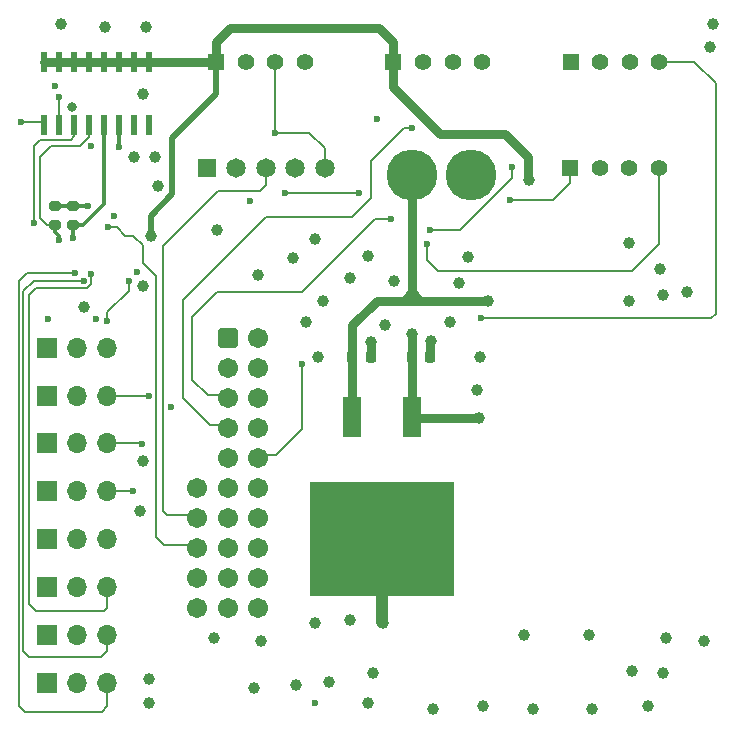
<source format=gbl>
%TF.GenerationSoftware,KiCad,Pcbnew,7.0.7*%
%TF.CreationDate,2023-11-07T21:10:22-05:00*%
%TF.ProjectId,attachmentBoard,61747461-6368-46d6-956e-74426f617264,rev?*%
%TF.SameCoordinates,Original*%
%TF.FileFunction,Copper,L4,Bot*%
%TF.FilePolarity,Positive*%
%FSLAX46Y46*%
G04 Gerber Fmt 4.6, Leading zero omitted, Abs format (unit mm)*
G04 Created by KiCad (PCBNEW 7.0.7) date 2023-11-07 21:10:22*
%MOMM*%
%LPD*%
G01*
G04 APERTURE LIST*
G04 Aperture macros list*
%AMRoundRect*
0 Rectangle with rounded corners*
0 $1 Rounding radius*
0 $2 $3 $4 $5 $6 $7 $8 $9 X,Y pos of 4 corners*
0 Add a 4 corners polygon primitive as box body*
4,1,4,$2,$3,$4,$5,$6,$7,$8,$9,$2,$3,0*
0 Add four circle primitives for the rounded corners*
1,1,$1+$1,$2,$3*
1,1,$1+$1,$4,$5*
1,1,$1+$1,$6,$7*
1,1,$1+$1,$8,$9*
0 Add four rect primitives between the rounded corners*
20,1,$1+$1,$2,$3,$4,$5,0*
20,1,$1+$1,$4,$5,$6,$7,0*
20,1,$1+$1,$6,$7,$8,$9,0*
20,1,$1+$1,$8,$9,$2,$3,0*%
G04 Aperture macros list end*
%TA.AperFunction,ComponentPad*%
%ADD10RoundRect,0.326336X0.528664X-0.528664X0.528664X0.528664X-0.528664X0.528664X-0.528664X-0.528664X0*%
%TD*%
%TA.AperFunction,ComponentPad*%
%ADD11C,1.710000*%
%TD*%
%TA.AperFunction,ComponentPad*%
%ADD12R,1.700000X1.700000*%
%TD*%
%TA.AperFunction,ComponentPad*%
%ADD13O,1.700000X1.700000*%
%TD*%
%TA.AperFunction,SMDPad,CuDef*%
%ADD14RoundRect,0.200000X0.275000X-0.200000X0.275000X0.200000X-0.275000X0.200000X-0.275000X-0.200000X0*%
%TD*%
%TA.AperFunction,ComponentPad*%
%ADD15R,1.400000X1.400000*%
%TD*%
%TA.AperFunction,ComponentPad*%
%ADD16C,1.400000*%
%TD*%
%TA.AperFunction,ComponentPad*%
%ADD17C,4.300000*%
%TD*%
%TA.AperFunction,SMDPad,CuDef*%
%ADD18R,1.600000X3.500000*%
%TD*%
%TA.AperFunction,SMDPad,CuDef*%
%ADD19R,12.200000X9.750000*%
%TD*%
%TA.AperFunction,SMDPad,CuDef*%
%ADD20RoundRect,0.225000X-0.225000X-0.250000X0.225000X-0.250000X0.225000X0.250000X-0.225000X0.250000X0*%
%TD*%
%TA.AperFunction,SMDPad,CuDef*%
%ADD21R,0.558800X1.701800*%
%TD*%
%TA.AperFunction,ComponentPad*%
%ADD22R,1.650000X1.650000*%
%TD*%
%TA.AperFunction,ComponentPad*%
%ADD23C,1.650000*%
%TD*%
%TA.AperFunction,ViaPad*%
%ADD24C,1.000000*%
%TD*%
%TA.AperFunction,ViaPad*%
%ADD25C,0.600000*%
%TD*%
%TA.AperFunction,ViaPad*%
%ADD26C,0.800000*%
%TD*%
%TA.AperFunction,Conductor*%
%ADD27C,0.800000*%
%TD*%
%TA.AperFunction,Conductor*%
%ADD28C,0.500000*%
%TD*%
%TA.AperFunction,Conductor*%
%ADD29C,0.150000*%
%TD*%
%TA.AperFunction,Conductor*%
%ADD30C,0.300000*%
%TD*%
%TA.AperFunction,Conductor*%
%ADD31C,1.000000*%
%TD*%
%TA.AperFunction,Conductor*%
%ADD32C,0.200000*%
%TD*%
G04 APERTURE END LIST*
D10*
%TO.P,U2,1,LB+*%
%TO.N,unconnected-(U2-LB+-Pad1)*%
X152910000Y-62850000D03*
D11*
%TO.P,U2,2,LB-*%
%TO.N,unconnected-(U2-LB--Pad2)*%
X155450000Y-62850000D03*
%TO.P,U2,3,EN1+*%
%TO.N,/EN1+*%
X152910000Y-65390000D03*
%TO.P,U2,4,EN1-*%
%TO.N,/EN1-*%
X155450000Y-65390000D03*
%TO.P,U2,5,EN2+*%
%TO.N,/EN2+*%
X152910000Y-67930000D03*
%TO.P,U2,6,EN2-*%
%TO.N,/EN2-*%
X155450000Y-67930000D03*
%TO.P,U2,7,EN1A*%
%TO.N,/EN1A*%
X152910000Y-70470000D03*
%TO.P,U2,8,EN1B*%
%TO.N,/EN1B*%
X155450000Y-70470000D03*
%TO.P,U2,9,EN2A*%
%TO.N,/EN2A*%
X152910000Y-73010000D03*
%TO.P,U2,10,EN2B*%
%TO.N,/EN2B*%
X155450000Y-73010000D03*
%TO.P,U2,11,S1+*%
%TO.N,unconnected-(U2-S1+-Pad11)*%
X152910000Y-75550000D03*
%TO.P,U2,12,S1-*%
%TO.N,unconnected-(U2-S1--Pad12)*%
X155450000Y-75550000D03*
%TO.P,U2,13,S2+*%
%TO.N,unconnected-(U2-S2+-Pad13)*%
X152910000Y-78090000D03*
%TO.P,U2,14,S2-*%
%TO.N,unconnected-(U2-S2--Pad14)*%
X155450000Y-78090000D03*
%TO.P,U2,15,S3+*%
%TO.N,unconnected-(U2-S3+-Pad15)*%
X152910000Y-80630000D03*
%TO.P,U2,16,S3-*%
%TO.N,unconnected-(U2-S3--Pad16)*%
X155450000Y-80630000D03*
%TO.P,U2,17,S4+*%
%TO.N,unconnected-(U2-S4+-Pad17)*%
X152910000Y-83170000D03*
%TO.P,U2,18,S4-*%
%TO.N,unconnected-(U2-S4--Pad18)*%
X155450000Y-83170000D03*
%TO.P,U2,19,S5+*%
%TO.N,unconnected-(U2-S5+-Pad19)*%
X152910000Y-85710000D03*
%TO.P,U2,20,S5-*%
%TO.N,unconnected-(U2-S5--Pad20)*%
X155450000Y-85710000D03*
%TO.P,U2,21,S1_IO*%
%TO.N,/RxD*%
X150270000Y-75550000D03*
%TO.P,U2,22,S2_IO*%
%TO.N,/TxD*%
X150270000Y-78090000D03*
%TO.P,U2,23,S3_IO*%
%TO.N,/E_STOP*%
X150270000Y-80630000D03*
%TO.P,U2,24,S4_IO*%
%TO.N,/S4*%
X150270000Y-83170000D03*
%TO.P,U2,25,S5_IO*%
%TO.N,/S5*%
X150270000Y-85710000D03*
%TD*%
D12*
%TO.P,J13,1,Pin_1*%
%TO.N,GND*%
X137625000Y-83945000D03*
D13*
%TO.P,J13,2,Pin_2*%
%TO.N,+5V*%
X140165000Y-83945000D03*
%TO.P,J13,3,Pin_3*%
%TO.N,/SERVO2*%
X142705000Y-83945000D03*
%TD*%
D14*
%TO.P,R5,1*%
%TO.N,/A4*%
X139825000Y-53330000D03*
%TO.P,R5,2*%
%TO.N,GND*%
X139825000Y-51680000D03*
%TD*%
D15*
%TO.P,J1,1,1*%
%TO.N,+5V*%
X151930000Y-39470000D03*
D16*
%TO.P,J1,2,2*%
%TO.N,GND*%
X154430000Y-39470000D03*
%TO.P,J1,3,3*%
%TO.N,/SCL*%
X156930000Y-39470000D03*
%TO.P,J1,4,4*%
%TO.N,/SDA*%
X159430000Y-39470000D03*
%TD*%
D12*
%TO.P,J17,1,Pin_1*%
%TO.N,GND*%
X137625000Y-67745000D03*
D13*
%TO.P,J17,2,Pin_2*%
%TO.N,+5V*%
X140165000Y-67745000D03*
%TO.P,J17,3,Pin_3*%
%TO.N,/SERVO6*%
X142705000Y-67745000D03*
%TD*%
D12*
%TO.P,J14,1,Pin_1*%
%TO.N,GND*%
X137625000Y-79895000D03*
D13*
%TO.P,J14,2,Pin_2*%
%TO.N,+5V*%
X140165000Y-79895000D03*
%TO.P,J14,3,Pin_3*%
%TO.N,/SERVO3*%
X142705000Y-79895000D03*
%TD*%
D17*
%TO.P,J5,1,1*%
%TO.N,+12V*%
X168490000Y-49080000D03*
%TO.P,J5,2,2*%
%TO.N,GND*%
X173490000Y-49080000D03*
%TD*%
D15*
%TO.P,J4,1,1*%
%TO.N,/EN2+*%
X181880000Y-48480000D03*
D16*
%TO.P,J4,2,2*%
%TO.N,/EN2-*%
X184380000Y-48480000D03*
%TO.P,J4,3,3*%
%TO.N,/EN2A*%
X186880000Y-48480000D03*
%TO.P,J4,4,4*%
%TO.N,/EN2B*%
X189380000Y-48480000D03*
%TD*%
D18*
%TO.P,IC1,1,INPUT*%
%TO.N,+12V*%
X163410000Y-69580000D03*
D19*
%TO.P,IC1,2,GND*%
%TO.N,GND*%
X165950000Y-79856000D03*
D18*
%TO.P,IC1,3,OUTPUT*%
%TO.N,+5V*%
X168490000Y-69580000D03*
%TD*%
D12*
%TO.P,J16,1,Pin_1*%
%TO.N,GND*%
X137625000Y-71795000D03*
D13*
%TO.P,J16,2,Pin_2*%
%TO.N,+5V*%
X140165000Y-71795000D03*
%TO.P,J16,3,Pin_3*%
%TO.N,/SERVO5*%
X142705000Y-71795000D03*
%TD*%
D20*
%TO.P,C2,1*%
%TO.N,+12V*%
X163440000Y-64505000D03*
%TO.P,C2,2*%
%TO.N,GND*%
X164990000Y-64505000D03*
%TD*%
D14*
%TO.P,R4,1*%
%TO.N,/A3*%
X138235000Y-53330000D03*
%TO.P,R4,2*%
%TO.N,GND*%
X138235000Y-51680000D03*
%TD*%
D12*
%TO.P,J11,1,Pin_1*%
%TO.N,GND*%
X137625000Y-92045000D03*
D13*
%TO.P,J11,2,Pin_2*%
%TO.N,+5V*%
X140165000Y-92045000D03*
%TO.P,J11,3,Pin_3*%
%TO.N,/SERVO0*%
X142705000Y-92045000D03*
%TD*%
D12*
%TO.P,J15,1,Pin_1*%
%TO.N,GND*%
X137625000Y-75845000D03*
D13*
%TO.P,J15,2,Pin_2*%
%TO.N,+5V*%
X140165000Y-75845000D03*
%TO.P,J15,3,Pin_3*%
%TO.N,/SERVO4*%
X142705000Y-75845000D03*
%TD*%
D12*
%TO.P,J12,1,Pin_1*%
%TO.N,GND*%
X137625000Y-87995000D03*
D13*
%TO.P,J12,2,Pin_2*%
%TO.N,+5V*%
X140165000Y-87995000D03*
%TO.P,J12,3,Pin_3*%
%TO.N,/SERVO1*%
X142705000Y-87995000D03*
%TD*%
D21*
%TO.P,SW1,1,1*%
%TO.N,+5V*%
X137376100Y-39495100D03*
%TO.P,SW1,2,2*%
X138646100Y-39495100D03*
%TO.P,SW1,3,3*%
X139916100Y-39495100D03*
%TO.P,SW1,4,4*%
X141186100Y-39495100D03*
%TO.P,SW1,5,5*%
X142456100Y-39495100D03*
%TO.P,SW1,6,6*%
X143726100Y-39495100D03*
%TO.P,SW1,7,7*%
X144996100Y-39495100D03*
%TO.P,SW1,8,8*%
X146266100Y-39495100D03*
%TO.P,SW1,9,9*%
%TO.N,unconnected-(SW1-Pad9)*%
X146266100Y-44803700D03*
%TO.P,SW1,10,10*%
%TO.N,unconnected-(SW1-Pad10)*%
X144996100Y-44803700D03*
%TO.P,SW1,11,11*%
%TO.N,/A5*%
X143726100Y-44803700D03*
%TO.P,SW1,12,12*%
%TO.N,/A4*%
X142456100Y-44803700D03*
%TO.P,SW1,13,13*%
%TO.N,/A3*%
X141186100Y-44803700D03*
%TO.P,SW1,14,14*%
%TO.N,/A2*%
X139916100Y-44803700D03*
%TO.P,SW1,15,15*%
%TO.N,/A1*%
X138646100Y-44803700D03*
%TO.P,SW1,16,16*%
%TO.N,/A0*%
X137376100Y-44803700D03*
%TD*%
D15*
%TO.P,J3,1,1*%
%TO.N,/EN1+*%
X181930000Y-39470000D03*
D16*
%TO.P,J3,2,2*%
%TO.N,/EN1-*%
X184430000Y-39470000D03*
%TO.P,J3,3,3*%
%TO.N,/EN1A*%
X186930000Y-39470000D03*
%TO.P,J3,4,4*%
%TO.N,/EN1B*%
X189430000Y-39470000D03*
%TD*%
D12*
%TO.P,J18,1,Pin_1*%
%TO.N,GND*%
X137625000Y-63695000D03*
D13*
%TO.P,J18,2,Pin_2*%
%TO.N,+5V*%
X140165000Y-63695000D03*
%TO.P,J18,3,Pin_3*%
%TO.N,/SERVO7*%
X142705000Y-63695000D03*
%TD*%
D22*
%TO.P,J6,1,1*%
%TO.N,/E_STOP*%
X151115000Y-48480000D03*
D23*
%TO.P,J6,2,2*%
%TO.N,/RxD*%
X153615000Y-48480000D03*
%TO.P,J6,3,3*%
%TO.N,/TxD*%
X156115000Y-48480000D03*
%TO.P,J6,4,4*%
%TO.N,/SDA*%
X158615000Y-48480000D03*
%TO.P,J6,5,5*%
%TO.N,/SCL*%
X161115000Y-48480000D03*
%TD*%
D20*
%TO.P,C3,1*%
%TO.N,+5V*%
X168510000Y-64485000D03*
%TO.P,C3,2*%
%TO.N,GND*%
X170060000Y-64485000D03*
%TD*%
D15*
%TO.P,J2,1,1*%
%TO.N,+5V*%
X166930000Y-39470000D03*
D16*
%TO.P,J2,2,2*%
%TO.N,GND*%
X169430000Y-39470000D03*
%TO.P,J2,3,3*%
%TO.N,/SCL*%
X171930000Y-39470000D03*
%TO.P,J2,4,4*%
%TO.N,/SDA*%
X174430000Y-39470000D03*
%TD*%
D24*
%TO.N,+5V*%
X146400000Y-54200000D03*
X178400000Y-49500000D03*
X174200000Y-69600000D03*
X168500000Y-62500000D03*
%TO.N,GND*%
X147000000Y-50000000D03*
D25*
X148100000Y-68700000D03*
D26*
X139700000Y-43300000D03*
D24*
X172500000Y-58250000D03*
D25*
X165500000Y-44300000D03*
D24*
X145750000Y-73250000D03*
D25*
X143250000Y-52500000D03*
D24*
X191750000Y-59000000D03*
X164750000Y-93750000D03*
X165200000Y-91200000D03*
X193250000Y-88500000D03*
X140700000Y-60200000D03*
X174000000Y-67250000D03*
X174500000Y-94000000D03*
X145500000Y-77500000D03*
X165000000Y-63200000D03*
X178750000Y-94250000D03*
X146750000Y-47500000D03*
X152000000Y-53750000D03*
X145750000Y-58500000D03*
X170100000Y-63100000D03*
X194000000Y-36250000D03*
X193750000Y-38250000D03*
X155143438Y-92535263D03*
X189500000Y-57000000D03*
D25*
X141750000Y-61250000D03*
D24*
X161500000Y-92000000D03*
X158706557Y-92277066D03*
X159500000Y-61500000D03*
D25*
X141325000Y-46575000D03*
D24*
X160250000Y-87000000D03*
X145750000Y-42250000D03*
X163250000Y-86750000D03*
D25*
X137675000Y-61275000D03*
D24*
X160500000Y-64500000D03*
D25*
X138250000Y-41500000D03*
D24*
X146250000Y-91750000D03*
X155500000Y-57500000D03*
X146000000Y-36500000D03*
D25*
X145200000Y-57300000D03*
D24*
X166000000Y-87000000D03*
X178000000Y-88000000D03*
X171750000Y-61500000D03*
X161000000Y-59750000D03*
D25*
X160250000Y-93750000D03*
D24*
X155750000Y-88500000D03*
X173250000Y-56000000D03*
X142500000Y-36500000D03*
X146250000Y-93750000D03*
X158389611Y-56091803D03*
X189750000Y-59250000D03*
X151750000Y-88250000D03*
X186900000Y-54800000D03*
X174250000Y-64500000D03*
D25*
X154750000Y-51250000D03*
X141100000Y-51700000D03*
D24*
X167000000Y-58000000D03*
X186900000Y-59700000D03*
X187100000Y-91100000D03*
X170250000Y-94250000D03*
X183500000Y-88000000D03*
X145000000Y-47500000D03*
X190000000Y-88250000D03*
X188500000Y-94000000D03*
X160250000Y-54500000D03*
X189750000Y-91250000D03*
X138750000Y-36250000D03*
X164800547Y-55908196D03*
X183750000Y-94250000D03*
X166250000Y-61750000D03*
X163250000Y-57750000D03*
%TO.N,+12V*%
X174900000Y-59700000D03*
D25*
%TO.N,/SCL*%
X156900000Y-45500000D03*
%TO.N,/EN1A*%
X168500000Y-45100000D03*
%TO.N,/EN1B*%
X174300000Y-61200000D03*
%TO.N,/EN2+*%
X166750000Y-52800000D03*
X176825000Y-51175000D03*
%TO.N,/EN2-*%
X170000000Y-53700000D03*
X177000000Y-48400000D03*
%TO.N,/EN2A*%
X163975000Y-50625000D03*
X157725000Y-50625000D03*
%TO.N,/EN2B*%
X159200000Y-65100000D03*
X169800000Y-54900000D03*
%TO.N,/SERVO0*%
X140000000Y-57400000D03*
%TO.N,/SERVO1*%
X140700000Y-58000000D03*
%TO.N,/SERVO2*%
X141314195Y-57488171D03*
%TO.N,/SERVO4*%
X144900000Y-75800000D03*
%TO.N,/SERVO5*%
X145599500Y-71800000D03*
%TO.N,/SERVO6*%
X146244500Y-67745000D03*
%TO.N,/SERVO7*%
X144500000Y-58000000D03*
X142700000Y-61400000D03*
%TO.N,/A0*%
X135400000Y-44600000D03*
%TO.N,/A1*%
X138650000Y-42450000D03*
%TO.N,/A2*%
X136500000Y-53100000D03*
%TO.N,/A3*%
X138650457Y-54580945D03*
%TO.N,/A4*%
X139800000Y-54400000D03*
%TO.N,/A5*%
X143700000Y-46700000D03*
%TO.N,/E_STOP*%
X142800000Y-53500000D03*
%TD*%
D27*
%TO.N,+5V*%
X151904900Y-39495100D02*
X151930000Y-39470000D01*
X146266100Y-39495100D02*
X151904900Y-39495100D01*
X168500000Y-62500000D02*
X168500000Y-64475000D01*
X166930000Y-41630000D02*
X166930000Y-39470000D01*
X153100000Y-36600000D02*
X165700000Y-36600000D01*
X178300000Y-49400000D02*
X178300000Y-47500000D01*
X165700000Y-36600000D02*
X166930000Y-37830000D01*
D28*
X146400000Y-54200000D02*
X146400000Y-52500000D01*
D27*
X178300000Y-47500000D02*
X176400000Y-45600000D01*
X137376100Y-39495100D02*
X146266100Y-39495100D01*
X168510000Y-69600000D02*
X168490000Y-69580000D01*
D28*
X148200000Y-50700000D02*
X148200000Y-45900000D01*
X146400000Y-52500000D02*
X148200000Y-50700000D01*
D29*
X168490000Y-69290000D02*
X167800000Y-68600000D01*
D27*
X168490000Y-69580000D02*
X168490000Y-64505000D01*
X166930000Y-37830000D02*
X166930000Y-39470000D01*
D28*
X151930000Y-42170000D02*
X151930000Y-39470000D01*
D27*
X170900000Y-45600000D02*
X166930000Y-41630000D01*
X178400000Y-49500000D02*
X178300000Y-49400000D01*
D28*
X148200000Y-45900000D02*
X151930000Y-42170000D01*
D27*
X168500000Y-64475000D02*
X168510000Y-64485000D01*
X174200000Y-69600000D02*
X168510000Y-69600000D01*
X176400000Y-45600000D02*
X170900000Y-45600000D01*
X151930000Y-37770000D02*
X153100000Y-36600000D01*
D29*
X168490000Y-64505000D02*
X168510000Y-64485000D01*
D27*
X151930000Y-39470000D02*
X151930000Y-37770000D01*
D30*
%TO.N,GND*%
X141080000Y-51680000D02*
X141100000Y-51700000D01*
D28*
X165950000Y-86950000D02*
X166000000Y-87000000D01*
X164990000Y-63210000D02*
X165000000Y-63200000D01*
D31*
X165950000Y-79856000D02*
X165950000Y-86950000D01*
D30*
X139825000Y-51680000D02*
X138235000Y-51680000D01*
D27*
X170060000Y-63140000D02*
X170060000Y-64485000D01*
D28*
X170100000Y-63100000D02*
X170060000Y-63140000D01*
D30*
X139825000Y-51680000D02*
X141080000Y-51680000D01*
D27*
X164990000Y-64505000D02*
X164990000Y-63210000D01*
%TO.N,+12V*%
X174900000Y-59700000D02*
X169200000Y-59700000D01*
X168500000Y-59700000D02*
X167800000Y-59700000D01*
X163410000Y-69580000D02*
X163410000Y-64535000D01*
X163440000Y-61760000D02*
X163440000Y-64505000D01*
X168490000Y-59690000D02*
X168490000Y-59000000D01*
X167800000Y-59700000D02*
X165500000Y-59700000D01*
X168490000Y-59000000D02*
X168500000Y-59000000D01*
D32*
X163410000Y-64535000D02*
X163440000Y-64505000D01*
D27*
X168500000Y-59000000D02*
X169200000Y-59700000D01*
X168500000Y-59700000D02*
X168490000Y-59690000D01*
X165500000Y-59700000D02*
X163440000Y-61760000D01*
X168490000Y-59000000D02*
X168490000Y-49080000D01*
X169200000Y-59700000D02*
X168500000Y-59700000D01*
X168500000Y-59000000D02*
X167800000Y-59700000D01*
D32*
%TO.N,/SCL*%
X159800000Y-45500000D02*
X161115000Y-46815000D01*
X156900000Y-45500000D02*
X156930000Y-45470000D01*
X156900000Y-45500000D02*
X159800000Y-45500000D01*
X161115000Y-46815000D02*
X161115000Y-48480000D01*
X156930000Y-45470000D02*
X156930000Y-39470000D01*
%TO.N,/EN1A*%
X167800000Y-45100000D02*
X165000000Y-47900000D01*
X168500000Y-45100000D02*
X167800000Y-45100000D01*
X149125000Y-67975000D02*
X151420000Y-70270000D01*
X165000000Y-51025000D02*
X163400000Y-52625000D01*
X163400000Y-52625000D02*
X156125000Y-52625000D01*
X149125000Y-59625000D02*
X149125000Y-67975000D01*
X165000000Y-47900000D02*
X165000000Y-51025000D01*
X156125000Y-52625000D02*
X149125000Y-59625000D01*
X151420000Y-70270000D02*
X152810000Y-70270000D01*
%TO.N,/EN1B*%
X192370000Y-39470000D02*
X189430000Y-39470000D01*
X174300000Y-61200000D02*
X193800000Y-61200000D01*
X193800000Y-61200000D02*
X194200000Y-60800000D01*
X194200000Y-60800000D02*
X194200000Y-41300000D01*
X194200000Y-41300000D02*
X192370000Y-39470000D01*
%TO.N,/EN2+*%
X152000000Y-58950000D02*
X159225000Y-58950000D01*
X149875000Y-66400000D02*
X149875000Y-61075000D01*
X159225000Y-58950000D02*
X165375000Y-52800000D01*
X151205000Y-67730000D02*
X149875000Y-66400000D01*
X176825000Y-51175000D02*
X180425000Y-51175000D01*
X181880000Y-49720000D02*
X181880000Y-48480000D01*
X149875000Y-61075000D02*
X152000000Y-58950000D01*
X180425000Y-51175000D02*
X181880000Y-49720000D01*
X165375000Y-52800000D02*
X166750000Y-52800000D01*
X152810000Y-67730000D02*
X151205000Y-67730000D01*
%TO.N,/EN2-*%
X170000000Y-53700000D02*
X172600000Y-53700000D01*
X172600000Y-53700000D02*
X177000000Y-49300000D01*
X177000000Y-49300000D02*
X177000000Y-48400000D01*
%TO.N,/EN2A*%
X157725000Y-50625000D02*
X163200000Y-50625000D01*
X163200000Y-50625000D02*
X163975000Y-50625000D01*
%TO.N,/EN2B*%
X159200000Y-65100000D02*
X159200000Y-70600000D01*
X189380000Y-48480000D02*
X189380000Y-54920000D01*
X169800000Y-56300000D02*
X169800000Y-54900000D01*
X159200000Y-70600000D02*
X156990000Y-72810000D01*
X156990000Y-72810000D02*
X155350000Y-72810000D01*
X187100000Y-57200000D02*
X170700000Y-57200000D01*
X170700000Y-57200000D02*
X169800000Y-56300000D01*
X189380000Y-54920000D02*
X187100000Y-57200000D01*
%TO.N,/TxD*%
X147400000Y-77500000D02*
X147400000Y-55100000D01*
X155600000Y-50400000D02*
X156115000Y-49885000D01*
X150270000Y-77890000D02*
X147790000Y-77890000D01*
X156115000Y-49885000D02*
X156115000Y-48480000D01*
X152100000Y-50400000D02*
X155600000Y-50400000D01*
X147790000Y-77890000D02*
X147400000Y-77500000D01*
X147400000Y-55100000D02*
X152100000Y-50400000D01*
D29*
%TO.N,/SERVO0*%
X135750000Y-94525000D02*
X135225000Y-94000000D01*
X142225000Y-94525000D02*
X135750000Y-94525000D01*
X142705000Y-94045000D02*
X142225000Y-94525000D01*
X135225000Y-58075000D02*
X135900000Y-57400000D01*
X135225000Y-94000000D02*
X135225000Y-58075000D01*
X135900000Y-57400000D02*
X140000000Y-57400000D01*
X142705000Y-92045000D02*
X142705000Y-94045000D01*
D32*
%TO.N,/SERVO1*%
X136100000Y-89900000D02*
X135600000Y-89400000D01*
X142200000Y-89900000D02*
X136100000Y-89900000D01*
X136500000Y-58000000D02*
X140700000Y-58000000D01*
X135600000Y-89400000D02*
X135600000Y-58900000D01*
X135600000Y-58900000D02*
X136500000Y-58000000D01*
X142705000Y-89395000D02*
X142200000Y-89900000D01*
X142705000Y-87995000D02*
X142705000Y-89395000D01*
%TO.N,/SERVO2*%
X136100000Y-59200000D02*
X136100000Y-85400000D01*
X136700000Y-86000000D02*
X142400000Y-86000000D01*
X142705000Y-85695000D02*
X142705000Y-83945000D01*
X136100000Y-85400000D02*
X136700000Y-86000000D01*
X141314195Y-58285805D02*
X141000000Y-58600000D01*
X142400000Y-86000000D02*
X142705000Y-85695000D01*
X141000000Y-58600000D02*
X136700000Y-58600000D01*
X141314195Y-57488171D02*
X141314195Y-58285805D01*
X136700000Y-58600000D02*
X136100000Y-59200000D01*
%TO.N,/SERVO4*%
X142705000Y-75845000D02*
X144855000Y-75845000D01*
X144855000Y-75845000D02*
X144900000Y-75800000D01*
%TO.N,/SERVO5*%
X145594500Y-71795000D02*
X142705000Y-71795000D01*
X145599500Y-71800000D02*
X145594500Y-71795000D01*
%TO.N,/SERVO6*%
X146244500Y-67745000D02*
X142705000Y-67745000D01*
%TO.N,/SERVO7*%
X144500000Y-58000000D02*
X144500000Y-58900000D01*
X144500000Y-58900000D02*
X142700000Y-60700000D01*
X142700000Y-60700000D02*
X142700000Y-61400000D01*
%TO.N,/A0*%
X135400000Y-44600000D02*
X137172400Y-44600000D01*
X137172400Y-44600000D02*
X137376100Y-44803700D01*
%TO.N,/A1*%
X138650000Y-42450000D02*
X138646100Y-42453900D01*
X138646100Y-42453900D02*
X138646100Y-44803700D01*
%TO.N,/A2*%
X137000000Y-46100000D02*
X139600000Y-46100000D01*
X139916100Y-45783900D02*
X139916100Y-44803700D01*
X136500000Y-53100000D02*
X136500000Y-46600000D01*
X136500000Y-46600000D02*
X137000000Y-46100000D01*
X139600000Y-46100000D02*
X139916100Y-45783900D01*
%TO.N,/A3*%
X141186100Y-44803700D02*
X141186100Y-45813900D01*
D30*
X138650457Y-54250457D02*
X138300000Y-53900000D01*
D32*
X141186100Y-45813900D02*
X140400000Y-46600000D01*
X140400000Y-46600000D02*
X137900000Y-46600000D01*
X137000000Y-52700000D02*
X137630000Y-53330000D01*
D30*
X138300000Y-53395000D02*
X138235000Y-53330000D01*
D32*
X137000000Y-47500000D02*
X137000000Y-52700000D01*
X137900000Y-46600000D02*
X137000000Y-47500000D01*
D30*
X138300000Y-53900000D02*
X138300000Y-53395000D01*
D32*
X137630000Y-53330000D02*
X138235000Y-53330000D01*
D30*
X138650457Y-54580945D02*
X138650457Y-54250457D01*
%TO.N,/A4*%
X140670000Y-53330000D02*
X142456100Y-51543900D01*
X139825000Y-53330000D02*
X140670000Y-53330000D01*
X139800000Y-54400000D02*
X139800000Y-53355000D01*
X142456100Y-51543900D02*
X142456100Y-44803700D01*
X139800000Y-53355000D02*
X139825000Y-53330000D01*
%TO.N,/A5*%
X143700000Y-46700000D02*
X143700000Y-44829800D01*
X143700000Y-44829800D02*
X143726100Y-44803700D01*
D32*
%TO.N,/E_STOP*%
X142800000Y-53500000D02*
X143500000Y-53500000D01*
X146844500Y-79744500D02*
X147530000Y-80430000D01*
X145700000Y-56500000D02*
X146844500Y-57644500D01*
X145700000Y-55000000D02*
X145700000Y-56500000D01*
X147530000Y-80430000D02*
X150270000Y-80430000D01*
X143500000Y-53500000D02*
X144200000Y-54200000D01*
X144900000Y-54200000D02*
X145700000Y-55000000D01*
X146844500Y-57644500D02*
X146844500Y-79744500D01*
X144200000Y-54200000D02*
X144900000Y-54200000D01*
%TD*%
M02*

</source>
